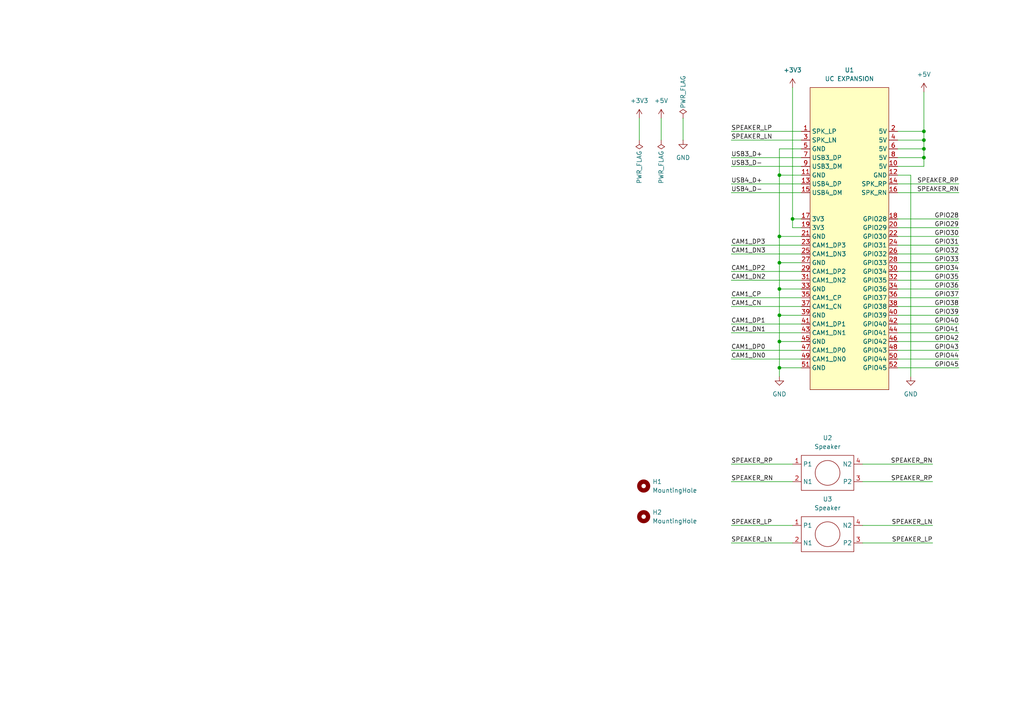
<source format=kicad_sch>
(kicad_sch (version 20231120) (generator "eeschema") (generator_version "8.0")
  (paper "A4")
  (title_block (title "uConsole expansion card template") (date "2024-07-10") (rev "0.1"))
  (lib_symbols
    (symbol "+3V3_1" (power) (pin_numbers hide) (pin_names (offset 0) hide)
      (property "Value" "+3V3" (at 0 3.556 0))
      (symbol "+3V3_1_0_1"
        (polyline (pts (xy -0.762 1.27) (xy 0 2.54)))
        (polyline (pts (xy 0 0) (xy 0 2.54)))
        (polyline (pts (xy 0 2.54) (xy 0.762 1.27)))
      )
      (symbol "+3V3_1_1_1"
        (pin power_in line (at 0 0 90) (length 0) (name "~") (number "1"))
      )
    )
    (symbol "+5V_1" (power) (pin_numbers hide) (pin_names (offset 0) hide)
      (property "Value" "+5V" (at 0 3.556 0))
      (symbol "+5V_1_0_1"
        (polyline (pts (xy -0.762 1.27) (xy 0 2.54)))
        (polyline (pts (xy 0 0) (xy 0 2.54)))
        (polyline (pts (xy 0 2.54) (xy 0.762 1.27)))
      )
      (symbol "+5V_1_1_1"
        (pin power_in line (at 0 0 90) (length 0) (name "~") (number "1"))
      )
    )
    (symbol "GND_1" (power) (pin_numbers hide) (pin_names (offset 0) hide)
      (property "Value" "GND" (at 0 -3.81 0))
      (symbol "GND_1_0_1"
        (polyline (pts (xy 0 0) (xy 0 -1.27) (xy 1.27 -1.27) (xy 0 -2.54) (xy -1.27 -1.27) (xy 0 -1.27)))
      )
      (symbol "GND_1_1_1"
        (pin power_in line (at 0 0 270) (length 0) (name "~") (number "1"))
      )
    )
    (symbol "Mechanical:MountingHole" (pin_names (offset 1.016))
      (property "Reference" "H" (at 0 5.08 0))
      (property "Value" "MountingHole" (at 0 3.175 0))
      (symbol "MountingHole_0_1"
        (circle (center 0 0) (radius 1.27) (stroke (width 1.27)))
      )
    )
    (symbol "power:+3V3" (power) (pin_names (offset 0))
      (property "Value" "+3V3" (at 0 3.556 0))
      (symbol "+3V3_0_1"
        (polyline (pts (xy -0.762 1.27) (xy 0 2.54)))
        (polyline (pts (xy 0 0) (xy 0 2.54)))
        (polyline (pts (xy 0 2.54) (xy 0.762 1.27)))
      )
      (symbol "+3V3_1_1"
        (pin power_in line (at 0 0 90) (length 0) hide (name "+3V3") (number "1"))
      )
    )
    (symbol "power:+5V" (power) (pin_names (offset 0))
      (property "Value" "+5V" (at 0 3.556 0))
      (symbol "+5V_0_1"
        (polyline (pts (xy -0.762 1.27) (xy 0 2.54)))
        (polyline (pts (xy 0 0) (xy 0 2.54)))
        (polyline (pts (xy 0 2.54) (xy 0.762 1.27)))
      )
      (symbol "+5V_1_1"
        (pin power_in line (at 0 0 90) (length 0) hide (name "+5V") (number "1"))
      )
    )
    (symbol "power:GND" (power) (pin_names (offset 0))
      (property "Value" "GND" (at 0 -3.81 0))
      (symbol "GND_0_1"
        (polyline (pts (xy 0 0) (xy 0 -1.27) (xy 1.27 -1.27) (xy 0 -2.54) (xy -1.27 -1.27) (xy 0 -1.27)))
      )
      (symbol "GND_1_1"
        (pin power_in line (at 0 0 270) (length 0) hide (name "GND") (number "1"))
      )
    )
    (symbol "power:PWR_FLAG" (power) (pin_numbers hide) (pin_names (offset 0) hide)
      (property "Value" "PWR_FLAG" (at 0 3.81 0))
      (symbol "PWR_FLAG_0_0"
        (pin power_out line (at 0 0 90) (length 0) (name "~") (number "1"))
      )
      (symbol "PWR_FLAG_0_1"
        (polyline (pts (xy 0 0) (xy 0 1.27) (xy -1.016 1.905) (xy 0 2.54) (xy 1.016 1.905) (xy 0 1.27)))
      )
    )
    (symbol "uconsole:expansion_port_minipcie"
      (property "Reference" "U" (at 0 44.45 0))
      (property "Value" "UC EXPANSION" (at -3.81 -45.72 0))
      (symbol "expansion_port_minipcie_0_0"
        (pin output line (at -13.97 30.48 0) (length 2.54) (name "SPK_LP") (number "1"))
        (pin power_out line (at 13.97 20.32 180) (length 2.54) (name "5V") (number "10"))
        (pin power_out line (at -13.97 17.78 0) (length 2.54) (name "GND") (number "11"))
        (pin power_out line (at 13.97 17.78 180) (length 2.54) (name "GND") (number "12"))
        (pin bidirectional line (at -13.97 15.24 0) (length 2.54) (name "USB4_DP") (number "13"))
        (pin output line (at 13.97 15.24 180) (length 2.54) (name "SPK_RP") (number "14"))
        (pin bidirectional line (at -13.97 12.7 0) (length 2.54) (name "USB4_DM") (number "15"))
        (pin output line (at 13.97 12.7 180) (length 2.54) (name "SPK_RN") (number "16"))
        (pin power_out line (at -13.97 5.08 0) (length 2.54) (name "3V3") (number "17"))
        (pin bidirectional line (at 13.97 5.08 180) (length 2.54) (name "GPIO28") (number "18"))
        (pin power_out line (at -13.97 2.54 0) (length 2.54) (name "3V3") (number "19"))
        (pin power_out line (at 13.97 30.48 180) (length 2.54) (name "5V") (number "2"))
        (pin bidirectional line (at 13.97 2.54 180) (length 2.54) (name "GPIO29") (number "20"))
        (pin power_out line (at -13.97 0 0) (length 2.54) (name "GND") (number "21"))
        (pin bidirectional line (at 13.97 0 180) (length 2.54) (name "GPIO30") (number "22"))
        (pin bidirectional line (at -13.97 -2.54 0) (length 2.54) (name "CAM1_DP3") (number "23"))
        (pin bidirectional line (at 13.97 -2.54 180) (length 2.54) (name "GPIO31") (number "24"))
        (pin bidirectional line (at -13.97 -5.08 0) (length 2.54) (name "CAM1_DN3") (number "25"))
        (pin bidirectional line (at 13.97 -5.08 180) (length 2.54) (name "GPIO32") (number "26"))
        (pin power_out line (at -13.97 -7.62 0) (length 2.54) (name "GND") (number "27"))
        (pin bidirectional line (at 13.97 -7.62 180) (length 2.54) (name "GPIO33") (number "28"))
        (pin bidirectional line (at -13.97 -10.16 0) (length 2.54) (name "CAM1_DP2") (number "29"))
        (pin output line (at -13.97 27.94 0) (length 2.54) (name "SPK_LN") (number "3"))
        (pin bidirectional line (at 13.97 -10.16 180) (length 2.54) (name "GPIO34") (number "30"))
        (pin bidirectional line (at -13.97 -12.7 0) (length 2.54) (name "CAM1_DN2") (number "31"))
        (pin bidirectional line (at 13.97 -12.7 180) (length 2.54) (name "GPIO35") (number "32"))
        (pin power_out line (at -13.97 -15.24 0) (length 2.54) (name "GND") (number "33"))
        (pin bidirectional line (at 13.97 -15.24 180) (length 2.54) (name "GPIO36") (number "34"))
        (pin bidirectional line (at -13.97 -17.78 0) (length 2.54) (name "CAM1_CP") (number "35"))
        (pin bidirectional line (at 13.97 -17.78 180) (length 2.54) (name "GPIO37") (number "36"))
        (pin bidirectional line (at -13.97 -20.32 0) (length 2.54) (name "CAM1_CN") (number "37"))
        (pin bidirectional line (at 13.97 -20.32 180) (length 2.54) (name "GPIO38") (number "38"))
        (pin power_out line (at -13.97 -22.86 0) (length 2.54) (name "GND") (number "39"))
        (pin power_out line (at 13.97 27.94 180) (length 2.54) (name "5V") (number "4"))
        (pin bidirectional line (at 13.97 -22.86 180) (length 2.54) (name "GPIO39") (number "40"))
        (pin bidirectional line (at -13.97 -25.4 0) (length 2.54) (name "CAM1_DP1") (number "41"))
        (pin bidirectional line (at 13.97 -25.4 180) (length 2.54) (name "GPIO40") (number "42"))
        (pin bidirectional line (at -13.97 -27.94 0) (length 2.54) (name "CAM1_DN1") (number "43"))
        (pin bidirectional line (at 13.97 -27.94 180) (length 2.54) (name "GPIO41") (number "44"))
        (pin power_out line (at -13.97 -30.48 0) (length 2.54) (name "GND") (number "45"))
        (pin bidirectional line (at 13.97 -30.48 180) (length 2.54) (name "GPIO42") (number "46"))
        (pin bidirectional line (at -13.97 -33.02 0) (length 2.54) (name "CAM1_DP0") (number "47"))
        (pin bidirectional line (at 13.97 -33.02 180) (length 2.54) (name "GPIO43") (number "48"))
        (pin bidirectional line (at -13.97 -35.56 0) (length 2.54) (name "CAM1_DN0") (number "49"))
        (pin power_out line (at -13.97 25.4 0) (length 2.54) (name "GND") (number "5"))
        (pin bidirectional line (at 13.97 -35.56 180) (length 2.54) (name "GPIO44") (number "50"))
        (pin power_out line (at -13.97 -38.1 0) (length 2.54) (name "GND") (number "51"))
        (pin bidirectional line (at 13.97 -38.1 180) (length 2.54) (name "GPIO45") (number "52"))
        (pin power_out line (at 13.97 25.4 180) (length 2.54) (name "5V") (number "6"))
        (pin bidirectional line (at -13.97 22.86 0) (length 2.54) (name "USB3_DP") (number "7"))
        (pin power_out line (at 13.97 22.86 180) (length 2.54) (name "5V") (number "8"))
        (pin bidirectional line (at -13.97 20.32 0) (length 2.54) (name "USB3_DM") (number "9"))
      )
      (symbol "expansion_port_minipcie_1_1"
        (rectangle (start -11.43 43.18) (end 11.43 -44.45) (fill (type background)))
      )
    )
    (symbol "uconsole:uc_speaker"
      (property "Reference" "U" (at 0 -6.35 0))
      (property "Value" "Speaker" (at 0 6.35 0))
      (symbol "uc_speaker_0_1"
        (rectangle (start -7.62 5.08) (end 7.62 -5.08))
        (circle (center 0 0) (radius 3.5921))
      )
      (symbol "uc_speaker_1_1"
        (pin input line (at -10.16 2.54 0) (length 2.54) (name "P1") (number "1"))
        (pin input line (at -10.16 -2.54 0) (length 2.54) (name "N1") (number "2"))
        (pin input line (at 10.16 -2.54 180) (length 2.54) (name "P2") (number "3"))
        (pin input line (at 10.16 2.54 180) (length 2.54) (name "N2") (number "4"))
      )
    )
  )
  (junction (at 267.97 38.1))
  (junction (at 267.97 43.18))
  (junction (at 267.97 40.64))
  (junction (at 226.06 68.58))
  (junction (at 226.06 50.8))
  (junction (at 229.87 63.5))
  (junction (at 226.06 106.68))
  (junction (at 226.06 76.2))
  (junction (at 226.06 83.82))
  (junction (at 267.97 45.72))
  (junction (at 226.06 91.44))
  (junction (at 226.06 99.06))
  (wire (pts (xy 212.09 104.14) (xy 232.41 104.14)))
  (wire (pts (xy 226.06 91.44) (xy 226.06 99.06)))
  (wire (pts (xy 229.87 25.4) (xy 229.87 63.5)))
  (wire (pts (xy 260.35 78.74) (xy 278.13 78.74)))
  (wire (pts (xy 260.35 91.44) (xy 278.13 91.44)))
  (wire (pts (xy 212.09 71.12) (xy 232.41 71.12)))
  (wire (pts (xy 212.09 40.64) (xy 232.41 40.64)))
  (wire (pts (xy 260.35 50.8) (xy 264.16 50.8)))
  (wire (pts (xy 226.06 76.2) (xy 232.41 76.2)))
  (wire (pts (xy 212.09 78.74) (xy 232.41 78.74)))
  (wire (pts (xy 212.09 152.4) (xy 229.87 152.4)))
  (wire (pts (xy 260.35 48.26) (xy 267.97 48.26)))
  (wire (pts (xy 212.09 73.66) (xy 232.41 73.66)))
  (wire (pts (xy 260.35 99.06) (xy 278.13 99.06)))
  (wire (pts (xy 260.35 83.82) (xy 278.13 83.82)))
  (wire (pts (xy 267.97 26.67) (xy 267.97 38.1)))
  (wire (pts (xy 226.06 91.44) (xy 232.41 91.44)))
  (wire (pts (xy 226.06 43.18) (xy 226.06 50.8)))
  (wire (pts (xy 226.06 50.8) (xy 232.41 50.8)))
  (wire (pts (xy 212.09 38.1) (xy 232.41 38.1)))
  (wire (pts (xy 260.35 86.36) (xy 278.13 86.36)))
  (wire (pts (xy 260.35 96.52) (xy 278.13 96.52)))
  (wire (pts (xy 260.35 40.64) (xy 267.97 40.64)))
  (wire (pts (xy 260.35 104.14) (xy 278.13 104.14)))
  (wire (pts (xy 260.35 68.58) (xy 278.13 68.58)))
  (wire (pts (xy 226.06 68.58) (xy 226.06 76.2)))
  (wire (pts (xy 226.06 68.58) (xy 232.41 68.58)))
  (wire (pts (xy 267.97 45.72) (xy 267.97 48.26)))
  (wire (pts (xy 270.51 152.4) (xy 250.19 152.4)))
  (wire (pts (xy 226.06 50.8) (xy 226.06 68.58)))
  (wire (pts (xy 212.09 157.48) (xy 229.87 157.48)))
  (wire (pts (xy 226.06 43.18) (xy 232.41 43.18)))
  (wire (pts (xy 229.87 134.62) (xy 212.09 134.62)))
  (wire (pts (xy 260.35 55.88) (xy 278.13 55.88)))
  (wire (pts (xy 229.87 63.5) (xy 232.41 63.5)))
  (wire (pts (xy 212.09 81.28) (xy 232.41 81.28)))
  (wire (pts (xy 229.87 66.04) (xy 232.41 66.04)))
  (wire (pts (xy 260.35 101.6) (xy 278.13 101.6)))
  (wire (pts (xy 260.35 66.04) (xy 278.13 66.04)))
  (wire (pts (xy 260.35 43.18) (xy 267.97 43.18)))
  (wire (pts (xy 212.09 48.26) (xy 232.41 48.26)))
  (wire (pts (xy 260.35 38.1) (xy 267.97 38.1)))
  (wire (pts (xy 260.35 81.28) (xy 278.13 81.28)))
  (wire (pts (xy 226.06 99.06) (xy 226.06 106.68)))
  (wire (pts (xy 226.06 106.68) (xy 226.06 109.22)))
  (wire (pts (xy 212.09 93.98) (xy 232.41 93.98)))
  (wire (pts (xy 267.97 43.18) (xy 267.97 45.72)))
  (wire (pts (xy 212.09 86.36) (xy 232.41 86.36)))
  (wire (pts (xy 260.35 73.66) (xy 278.13 73.66)))
  (wire (pts (xy 267.97 38.1) (xy 267.97 40.64)))
  (wire (pts (xy 260.35 106.68) (xy 278.13 106.68)))
  (wire (pts (xy 260.35 88.9) (xy 278.13 88.9)))
  (wire (pts (xy 226.06 76.2) (xy 226.06 83.82)))
  (wire (pts (xy 260.35 53.34) (xy 278.13 53.34)))
  (wire (pts (xy 212.09 45.72) (xy 232.41 45.72)))
  (wire (pts (xy 267.97 40.64) (xy 267.97 43.18)))
  (wire (pts (xy 260.35 63.5) (xy 278.13 63.5)))
  (wire (pts (xy 226.06 99.06) (xy 232.41 99.06)))
  (wire (pts (xy 260.35 93.98) (xy 278.13 93.98)))
  (wire (pts (xy 260.35 76.2) (xy 278.13 76.2)))
  (wire (pts (xy 229.87 139.7) (xy 212.09 139.7)))
  (wire (pts (xy 229.87 63.5) (xy 229.87 66.04)))
  (wire (pts (xy 226.06 83.82) (xy 232.41 83.82)))
  (wire (pts (xy 270.51 134.62) (xy 250.19 134.62)))
  (wire (pts (xy 260.35 71.12) (xy 278.13 71.12)))
  (wire (pts (xy 185.42 34.29) (xy 185.42 40.64)))
  (wire (pts (xy 191.77 34.29) (xy 191.77 40.64)))
  (wire (pts (xy 260.35 45.72) (xy 267.97 45.72)))
  (wire (pts (xy 270.51 139.7) (xy 250.19 139.7)))
  (wire (pts (xy 212.09 101.6) (xy 232.41 101.6)))
  (wire (pts (xy 226.06 83.82) (xy 226.06 91.44)))
  (wire (pts (xy 264.16 50.8) (xy 264.16 109.22)))
  (wire (pts (xy 226.06 106.68) (xy 232.41 106.68)))
  (wire (pts (xy 198.12 34.29) (xy 198.12 40.64)))
  (wire (pts (xy 270.51 157.48) (xy 250.19 157.48)))
  (wire (pts (xy 212.09 53.34) (xy 232.41 53.34)))
  (wire (pts (xy 212.09 88.9) (xy 232.41 88.9)))
  (wire (pts (xy 212.09 55.88) (xy 232.41 55.88)))
  (wire (pts (xy 212.09 96.52) (xy 232.41 96.52)))
  (label "GPIO34" (at 278.13 78.74 180))
  (label "SPEAKER_LP" (at 212.09 38.1 0))
  (label "GPIO31" (at 278.13 71.12 180))
  (label "SPEAKER_LN" (at 212.09 40.64 0))
  (label "SPEAKER_LP" (at 212.09 152.4 0))
  (label "GPIO41" (at 278.13 96.52 180))
  (label "CAM1_DP3" (at 212.09 71.12 0))
  (label "GPIO36" (at 278.13 83.82 180))
  (label "CAM1_CN" (at 212.09 88.9 0))
  (label "USB4_D+" (at 212.09 53.34 0))
  (label "CAM1_DP0" (at 212.09 101.6 0))
  (label "USB3_D-" (at 212.09 48.26 0))
  (label "GPIO39" (at 278.13 91.44 180))
  (label "GPIO38" (at 278.13 88.9 180))
  (label "GPIO35" (at 278.13 81.28 180))
  (label "CAM1_DN0" (at 212.09 104.14 0))
  (label "CAM1_DP1" (at 212.09 93.98 0))
  (label "SPEAKER_RN" (at 212.09 139.7 0))
  (label "CAM1_DN2" (at 212.09 81.28 0))
  (label "GPIO33" (at 278.13 76.2 180))
  (label "CAM1_DP2" (at 212.09 78.74 0))
  (label "GPIO30" (at 278.13 68.58 180))
  (label "USB4_D-" (at 212.09 55.88 0))
  (label "GPIO29" (at 278.13 66.04 180))
  (label "SPEAKER_LN" (at 212.09 157.48 0))
  (label "CAM1_CP" (at 212.09 86.36 0))
  (label "GPIO40" (at 278.13 93.98 180))
  (label "GPIO28" (at 278.13 63.5 180))
  (label "SPEAKER_RP" (at 278.13 53.34 180))
  (label "GPIO43" (at 278.13 101.6 180))
  (label "USB3_D+" (at 212.09 45.72 0))
  (label "SPEAKER_RP" (at 212.09 134.62 0))
  (label "GPIO44" (at 278.13 104.14 180))
  (label "SPEAKER_RP" (at 270.51 139.7 180))
  (label "CAM1_DN1" (at 212.09 96.52 0))
  (label "SPEAKER_LN" (at 270.51 152.4 180))
  (label "SPEAKER_LP" (at 270.51 157.48 180))
  (label "GPIO45" (at 278.13 106.68 180))
  (label "GPIO32" (at 278.13 73.66 180))
  (label "GPIO37" (at 278.13 86.36 180))
  (label "GPIO42" (at 278.13 99.06 180))
  (label "SPEAKER_RN" (at 270.51 134.62 180))
  (label "SPEAKER_RN" (at 278.13 55.88 180))
  (label "CAM1_DN3" (at 212.09 73.66 0))
  (symbol (lib_id "uconsole:uc_speaker") (at 240.03 137.16 0) (unit 1)
    (property "Reference" "U2" (at 240.03 127 0))
    (property "Value" "Speaker" (at 240.03 129.54 0))
    (property "Footprint" "uconsole:speaker pads" (effects (hide yes)))
  )
  (symbol (lib_id "Mechanical:MountingHole") (at 186.69 149.86 0) (unit 1)
    (property "Reference" "H2" (at 189.23 148.59 0) (effects (justify left)))
    (property "Value" "MountingHole" (at 189.23 151.13 0) (effects (justify left)))
    (property "Footprint" "MountingHole:MountingHole_5mm" (effects (hide yes)))
  )
  (symbol (lib_id "uconsole:expansion_port_minipcie") (at 246.38 68.58 0) (unit 1)
    (property "Reference" "U1" (at 246.38 20.32 0))
    (property "Value" "UC EXPANSION" (at 246.38 22.86 0))
    (property "Footprint" "uconsole:edge-minipcie" (effects (hide yes)))
  )
  (symbol (lib_id "power:+5V") (at 267.97 26.67 0) (unit 1)
    (property "Reference" "#PWR02" (effects (hide yes)))
    (property "Value" "+5V" (at 267.97 21.59 0))
  )
  (symbol (lib_name "+5V_1") (lib_id "power:+5V") (at 191.77 34.29 0) (unit 1)
    (property "Reference" "#PWR010" (effects (hide yes)))
    (property "Value" "+5V" (at 191.77 29.21 0))
    (property "Description" "Power symbol creates a global label with name \"+5V\"" (effects (hide yes)))
  )
  (symbol (lib_id "power:GND") (at 226.06 109.22 0) (unit 1)
    (property "Reference" "#PWR01" (effects (hide yes)))
    (property "Value" "GND" (at 226.06 114.3 0))
  )
  (symbol (lib_id "power:PWR_FLAG") (at 185.42 40.64 180) (unit 1)
    (property "Reference" "#FLG01" (effects (hide yes)))
    (property "Value" "PWR_FLAG" (at 185.42 48.514 90))
    (property "Description" "Special symbol for telling ERC where power comes from" (effects (hide yes)))
  )
  (symbol (lib_name "GND_1") (lib_id "power:GND") (at 198.12 40.64 0) (unit 1)
    (property "Reference" "#PWR011" (effects (hide yes)))
    (property "Value" "GND" (at 198.12 45.72 0))
    (property "Description" "Power symbol creates a global label with name \"GND\" , ground" (effects (hide yes)))
  )
  (symbol (lib_id "power:PWR_FLAG") (at 191.77 40.64 180) (unit 1)
    (property "Reference" "#FLG02" (effects (hide yes)))
    (property "Value" "PWR_FLAG" (at 191.77 48.514 90))
    (property "Description" "Special symbol for telling ERC where power comes from" (effects (hide yes)))
  )
  (symbol (lib_id "Mechanical:MountingHole") (at 186.69 140.97 0) (unit 1)
    (property "Reference" "H1" (at 189.23 139.7 0) (effects (justify left)))
    (property "Value" "MountingHole" (at 189.23 142.24 0) (effects (justify left)))
    (property "Footprint" "MountingHole:MountingHole_5mm" (effects (hide yes)))
  )
  (symbol (lib_id "power:GND") (at 264.16 109.22 0) (unit 1)
    (property "Reference" "#PWR020" (effects (hide yes)))
    (property "Value" "GND" (at 264.16 114.3 0))
  )
  (symbol (lib_id "power:+3V3") (at 229.87 25.4 0) (unit 1)
    (property "Reference" "#PWR04" (effects (hide yes)))
    (property "Value" "+3V3" (at 229.87 20.32 0))
  )
  (symbol (lib_id "power:PWR_FLAG") (at 198.12 34.29 0) (unit 1)
    (property "Reference" "#FLG03" (effects (hide yes)))
    (property "Value" "PWR_FLAG" (at 198.12 26.67 90))
    (property "Description" "Special symbol for telling ERC where power comes from" (effects (hide yes)))
  )
  (symbol (lib_name "+3V3_1") (lib_id "power:+3V3") (at 185.42 34.29 0) (unit 1)
    (property "Reference" "#PWR07" (effects (hide yes)))
    (property "Value" "+3V3" (at 185.42 29.21 0))
    (property "Description" "Power symbol creates a global label with name \"+3V3\"" (effects (hide yes)))
  )
  (symbol (lib_id "uconsole:uc_speaker") (at 240.03 154.94 0) (unit 1)
    (property "Reference" "U3" (at 240.03 144.78 0))
    (property "Value" "Speaker" (at 240.03 147.32 0))
    (property "Footprint" "uconsole:speaker pads" (effects (hide yes)))
  )
)
</source>
